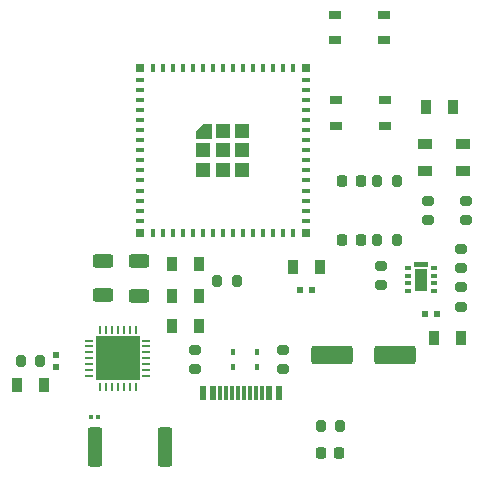
<source format=gtp>
G04 #@! TF.GenerationSoftware,KiCad,Pcbnew,7.0.6*
G04 #@! TF.CreationDate,2025-03-25T12:27:29+01:00*
G04 #@! TF.ProjectId,Stepper ESP,53746570-7065-4722-9045-53502e6b6963,rev?*
G04 #@! TF.SameCoordinates,Original*
G04 #@! TF.FileFunction,Paste,Top*
G04 #@! TF.FilePolarity,Positive*
%FSLAX46Y46*%
G04 Gerber Fmt 4.6, Leading zero omitted, Abs format (unit mm)*
G04 Created by KiCad (PCBNEW 7.0.6) date 2025-03-25 12:27:29*
%MOMM*%
%LPD*%
G01*
G04 APERTURE LIST*
G04 Aperture macros list*
%AMRoundRect*
0 Rectangle with rounded corners*
0 $1 Rounding radius*
0 $2 $3 $4 $5 $6 $7 $8 $9 X,Y pos of 4 corners*
0 Add a 4 corners polygon primitive as box body*
4,1,4,$2,$3,$4,$5,$6,$7,$8,$9,$2,$3,0*
0 Add four circle primitives for the rounded corners*
1,1,$1+$1,$2,$3*
1,1,$1+$1,$4,$5*
1,1,$1+$1,$6,$7*
1,1,$1+$1,$8,$9*
0 Add four rect primitives between the rounded corners*
20,1,$1+$1,$2,$3,$4,$5,0*
20,1,$1+$1,$4,$5,$6,$7,0*
20,1,$1+$1,$6,$7,$8,$9,0*
20,1,$1+$1,$8,$9,$2,$3,0*%
G04 Aperture macros list end*
%ADD10C,0.010000*%
%ADD11R,0.625000X0.400000*%
%ADD12R,0.350000X0.275000*%
%ADD13R,1.100000X1.900000*%
%ADD14R,0.800000X0.400000*%
%ADD15R,0.400000X0.800000*%
%ADD16R,1.200000X1.200000*%
%ADD17R,0.800000X0.800000*%
%ADD18R,0.762000X0.254000*%
%ADD19R,0.254000X0.762000*%
%ADD20R,3.800000X3.800000*%
%ADD21R,1.050000X0.650000*%
%ADD22RoundRect,0.200000X0.200000X0.275000X-0.200000X0.275000X-0.200000X-0.275000X0.200000X-0.275000X0*%
%ADD23RoundRect,0.200000X-0.200000X-0.275000X0.200000X-0.275000X0.200000X0.275000X-0.200000X0.275000X0*%
%ADD24RoundRect,0.200000X-0.275000X0.200000X-0.275000X-0.200000X0.275000X-0.200000X0.275000X0.200000X0*%
%ADD25RoundRect,0.250000X0.625000X-0.312500X0.625000X0.312500X-0.625000X0.312500X-0.625000X-0.312500X0*%
%ADD26RoundRect,0.200000X0.275000X-0.200000X0.275000X0.200000X-0.275000X0.200000X-0.275000X-0.200000X0*%
%ADD27RoundRect,0.250000X-0.362500X-1.425000X0.362500X-1.425000X0.362500X1.425000X-0.362500X1.425000X0*%
%ADD28R,0.600000X1.240000*%
%ADD29R,0.300000X1.240000*%
%ADD30RoundRect,0.218750X-0.218750X-0.256250X0.218750X-0.256250X0.218750X0.256250X-0.218750X0.256250X0*%
%ADD31R,0.400000X0.480000*%
%ADD32R,0.900000X1.300000*%
%ADD33R,1.300000X0.900000*%
%ADD34R,0.500000X0.500000*%
%ADD35R,0.380000X0.400000*%
%ADD36RoundRect,0.250000X-1.500000X-0.550000X1.500000X-0.550000X1.500000X0.550000X-1.500000X0.550000X0*%
G04 APERTURE END LIST*
G36*
X126250000Y-63737000D02*
G01*
X125100000Y-63737000D01*
X125100000Y-63337000D01*
X126250000Y-63337000D01*
X126250000Y-63737000D01*
G37*
D10*
X107850000Y-52850000D02*
X106650000Y-52850000D01*
X106650000Y-52250000D01*
X107250000Y-51650000D01*
X107850000Y-51650000D01*
X107850000Y-52850000D01*
G36*
X107850000Y-52850000D02*
G01*
X106650000Y-52850000D01*
X106650000Y-52250000D01*
X107250000Y-51650000D01*
X107850000Y-51650000D01*
X107850000Y-52850000D01*
G37*
D11*
X124562500Y-63862001D03*
X124562500Y-64511999D03*
X124562500Y-65162001D03*
X124562500Y-65811999D03*
X126787500Y-65811999D03*
X126787500Y-65162001D03*
X126787500Y-64511999D03*
X126787500Y-63862001D03*
D12*
X126000000Y-63500000D03*
X125350000Y-63500000D03*
D13*
X125675000Y-64837000D03*
D14*
X101900000Y-47950000D03*
X101900000Y-48800000D03*
X101900000Y-49650000D03*
X101900000Y-50500000D03*
X101900000Y-51350000D03*
X101900000Y-52200000D03*
X101900000Y-53050000D03*
X101900000Y-53900000D03*
X101900000Y-54750000D03*
X101900000Y-55600000D03*
X101900000Y-56450000D03*
X101900000Y-57300000D03*
X101900000Y-58150000D03*
X101900000Y-59000000D03*
X101900000Y-59850000D03*
D15*
X102950000Y-60900000D03*
X103800000Y-60900000D03*
X104650000Y-60900000D03*
X105500000Y-60900000D03*
X106350000Y-60900000D03*
X107200000Y-60900000D03*
X108050000Y-60900000D03*
X108900000Y-60900000D03*
X109750000Y-60900000D03*
X110600000Y-60900000D03*
X111450000Y-60900000D03*
X112300000Y-60900000D03*
X113150000Y-60900000D03*
X114000000Y-60900000D03*
X114850000Y-60900000D03*
D14*
X115900000Y-59850000D03*
X115900000Y-59000000D03*
X115900000Y-58150000D03*
X115900000Y-57300000D03*
X115900000Y-56450000D03*
X115900000Y-55600000D03*
X115900000Y-54750000D03*
X115900000Y-53900000D03*
X115900000Y-53050000D03*
X115900000Y-52200000D03*
X115900000Y-51350000D03*
X115900000Y-50500000D03*
X115900000Y-49650000D03*
X115900000Y-48800000D03*
X115900000Y-47950000D03*
D15*
X114850000Y-46900000D03*
X114000000Y-46900000D03*
X113150000Y-46900000D03*
X112300000Y-46900000D03*
X111450000Y-46900000D03*
X110600000Y-46900000D03*
X109750000Y-46900000D03*
X108900000Y-46900000D03*
X108050000Y-46900000D03*
X107200000Y-46900000D03*
X106350000Y-46900000D03*
X105500000Y-46900000D03*
X104650000Y-46900000D03*
X103800000Y-46900000D03*
X102950000Y-46900000D03*
D16*
X108900000Y-53900000D03*
X108900000Y-52250000D03*
X110550000Y-52250000D03*
X110550000Y-53900000D03*
X110550000Y-55550000D03*
X108900000Y-55550000D03*
X107250000Y-55550000D03*
X107250000Y-53900000D03*
D17*
X101900000Y-46900000D03*
X101900000Y-60900000D03*
X115900000Y-60900000D03*
X115900000Y-46900000D03*
D18*
X97574300Y-70000000D03*
X97574300Y-70499999D03*
X97574300Y-71000001D03*
X97574300Y-71500000D03*
X97574300Y-71999999D03*
X97574300Y-72500001D03*
X97574300Y-73000000D03*
D19*
X98500000Y-73925700D03*
X98999999Y-73925700D03*
X99500001Y-73925700D03*
X100000000Y-73925700D03*
X100499999Y-73925700D03*
X101000001Y-73925700D03*
X101500000Y-73925700D03*
D18*
X102425700Y-73000000D03*
X102425700Y-72500001D03*
X102425700Y-71999999D03*
X102425700Y-71500000D03*
X102425700Y-71000001D03*
X102425700Y-70499999D03*
X102425700Y-70000000D03*
D19*
X101500000Y-69074300D03*
X101000001Y-69074300D03*
X100499999Y-69074300D03*
X100000000Y-69074300D03*
X99500001Y-69074300D03*
X98999999Y-69074300D03*
X98500000Y-69074300D03*
D20*
X100000000Y-71500000D03*
D21*
X118500000Y-49675000D03*
X122650000Y-49675000D03*
X118500000Y-51825000D03*
X122650000Y-51825000D03*
X118425000Y-42425000D03*
X122575000Y-42425000D03*
X118425000Y-44575000D03*
X122575000Y-44575000D03*
D22*
X117175000Y-77250000D03*
X118825000Y-77250000D03*
D23*
X123635000Y-61500000D03*
X121985000Y-61500000D03*
X121985000Y-56500000D03*
X123635000Y-56500000D03*
D22*
X91775000Y-71750000D03*
X93425000Y-71750000D03*
D24*
X129500000Y-58175000D03*
X129500000Y-59825000D03*
X126250000Y-58175000D03*
X126250000Y-59825000D03*
D25*
X101790000Y-66212500D03*
X101790000Y-63287500D03*
X98750000Y-66175000D03*
X98750000Y-63250000D03*
D24*
X129037500Y-65486999D03*
X129037500Y-67136999D03*
X129037500Y-63886999D03*
X129037500Y-62236999D03*
D26*
X122250000Y-65325000D03*
X122250000Y-63675000D03*
D23*
X108425000Y-65000000D03*
X110075000Y-65000000D03*
D27*
X98037500Y-79000000D03*
X103962500Y-79000000D03*
D24*
X114000000Y-70765000D03*
X114000000Y-72415000D03*
X106500000Y-70765000D03*
X106500000Y-72415000D03*
D28*
X107230000Y-74450000D03*
X108030000Y-74450000D03*
D29*
X109180000Y-74450000D03*
X110180000Y-74450000D03*
X110680000Y-74450000D03*
X111680000Y-74450000D03*
D28*
X112830000Y-74450000D03*
X113630000Y-74450000D03*
X113630000Y-74450000D03*
X112830000Y-74450000D03*
D29*
X112180000Y-74450000D03*
X111180000Y-74450000D03*
X109680000Y-74450000D03*
X108680000Y-74450000D03*
D28*
X108030000Y-74450000D03*
X107230000Y-74450000D03*
D30*
X119022500Y-56500000D03*
X120597500Y-56500000D03*
X119022500Y-61500000D03*
X120597500Y-61500000D03*
X117175000Y-79500000D03*
X118750000Y-79500000D03*
D31*
X109750000Y-72250000D03*
X109750000Y-70930000D03*
X111750000Y-72250000D03*
X111750000Y-70930000D03*
D32*
X126100000Y-50250000D03*
X128400000Y-50250000D03*
D33*
X126000000Y-55650000D03*
X126000000Y-53350000D03*
D32*
X129050000Y-69750000D03*
X126750000Y-69750000D03*
D34*
X127000000Y-67750000D03*
X126000000Y-67750000D03*
X115400000Y-65750000D03*
X116400000Y-65750000D03*
D32*
X117150000Y-63750000D03*
X114850000Y-63750000D03*
D33*
X129250000Y-55650000D03*
X129250000Y-53350000D03*
D32*
X106900000Y-68750000D03*
X104600000Y-68750000D03*
D35*
X97719000Y-76500000D03*
X98281000Y-76500000D03*
D34*
X94750000Y-72250000D03*
X94750000Y-71250000D03*
D32*
X93750000Y-73750000D03*
X91450000Y-73750000D03*
X104600000Y-66250000D03*
X106900000Y-66250000D03*
X104600000Y-63500000D03*
X106900000Y-63500000D03*
D36*
X118100000Y-71250000D03*
X123500000Y-71250000D03*
M02*

</source>
